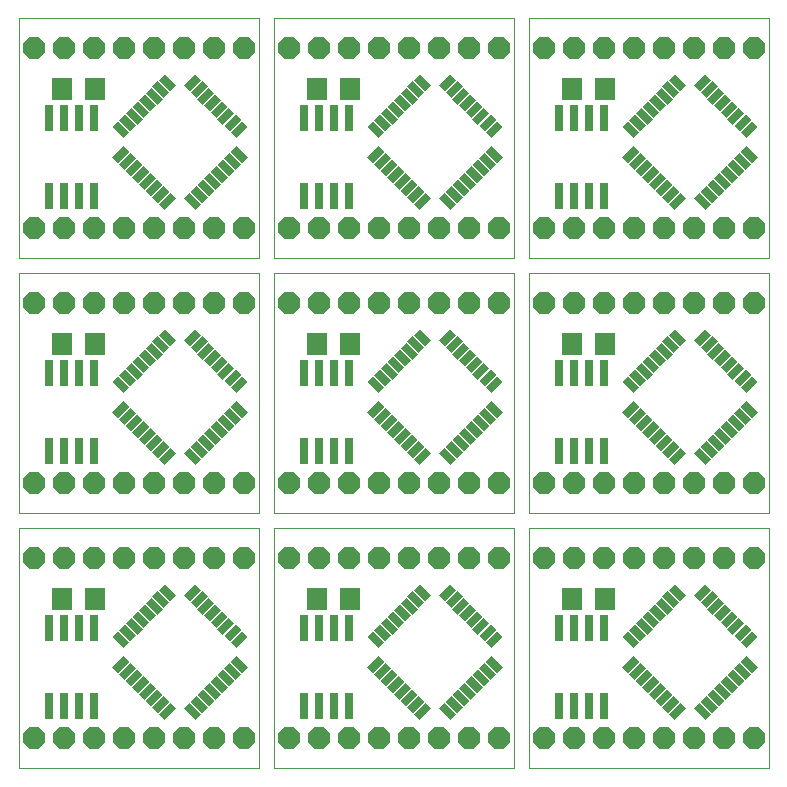
<source format=gts>
G75*
G70*
%OFA0B0*%
%FSLAX25Y25*%
%IPPOS*%
%LPD*%
%AMOC8*
5,1,8,0,0,1.08239X$1,22.5*
%
%ADD23R,0.02600X0.05400*%
%ADD32R,0.05400X0.02600*%
%ADD37C,0.00000*%
%ADD38OC8,0.07400*%
%ADD40R,0.02760X0.09060*%
%ADD42R,0.06700X0.07490*%
X0010000Y0010000D02*
G75*
%LPD*%
D37*
X0010000Y0010000D02*
X0090000Y0010000D01*
X0090000Y0090000D01*
X0010000Y0090000D01*
X0010000Y0010000D01*
D32*
G36*
X0043030Y0055730D02*
X0046830Y0051930D01*
X0044990Y0050090D01*
X0041190Y0053890D01*
X0043030Y0055730D01*
G37*
G36*
X0045250Y0057950D02*
X0049050Y0054150D01*
X0047210Y0052310D01*
X0043410Y0056110D01*
X0045250Y0057950D01*
G37*
G36*
X0047480Y0060180D02*
X0051280Y0056380D01*
X0049440Y0054540D01*
X0045640Y0058340D01*
X0047480Y0060180D01*
G37*
G36*
X0049710Y0062410D02*
X0053510Y0058610D01*
X0051670Y0056770D01*
X0047870Y0060570D01*
X0049710Y0062410D01*
G37*
G36*
X0051930Y0064630D02*
X0055730Y0060830D01*
X0053890Y0058990D01*
X0050090Y0062790D01*
X0051930Y0064630D01*
G37*
G36*
X0054160Y0066860D02*
X0057960Y0063060D01*
X0056120Y0061220D01*
X0052320Y0065020D01*
X0054160Y0066860D01*
G37*
G36*
X0056390Y0069090D02*
X0060190Y0065290D01*
X0058350Y0063450D01*
X0054550Y0067250D01*
X0056390Y0069090D01*
G37*
G36*
X0058610Y0071310D02*
X0062410Y0067510D01*
X0060570Y0065670D01*
X0056770Y0069470D01*
X0058610Y0071310D01*
G37*
G36*
X0082510Y0047410D02*
X0086310Y0043610D01*
X0084470Y0041770D01*
X0080670Y0045570D01*
X0082510Y0047410D01*
G37*
G36*
X0080290Y0045190D02*
X0084090Y0041390D01*
X0082250Y0039550D01*
X0078450Y0043350D01*
X0080290Y0045190D01*
G37*
G36*
X0078060Y0042960D02*
X0081860Y0039160D01*
X0080020Y0037320D01*
X0076220Y0041120D01*
X0078060Y0042960D01*
G37*
G36*
X0075830Y0040730D02*
X0079630Y0036930D01*
X0077790Y0035090D01*
X0073990Y0038890D01*
X0075830Y0040730D01*
G37*
G36*
X0073610Y0038510D02*
X0077410Y0034710D01*
X0075570Y0032870D01*
X0071770Y0036670D01*
X0073610Y0038510D01*
G37*
G36*
X0071380Y0036280D02*
X0075180Y0032480D01*
X0073340Y0030640D01*
X0069540Y0034440D01*
X0071380Y0036280D01*
G37*
G36*
X0069150Y0034050D02*
X0072950Y0030250D01*
X0071110Y0028410D01*
X0067310Y0032210D01*
X0069150Y0034050D01*
G37*
G36*
X0066930Y0031830D02*
X0070730Y0028030D01*
X0068890Y0026190D01*
X0065090Y0029990D01*
X0066930Y0031830D01*
G37*
D23*
G36*
X0060570Y0031830D02*
X0062410Y0029990D01*
X0058610Y0026190D01*
X0056770Y0028030D01*
X0060570Y0031830D01*
G37*
G36*
X0058350Y0034050D02*
X0060190Y0032210D01*
X0056390Y0028410D01*
X0054550Y0030250D01*
X0058350Y0034050D01*
G37*
G36*
X0056120Y0036280D02*
X0057960Y0034440D01*
X0054160Y0030640D01*
X0052320Y0032480D01*
X0056120Y0036280D01*
G37*
G36*
X0053890Y0038510D02*
X0055730Y0036670D01*
X0051930Y0032870D01*
X0050090Y0034710D01*
X0053890Y0038510D01*
G37*
G36*
X0051670Y0040730D02*
X0053510Y0038890D01*
X0049710Y0035090D01*
X0047870Y0036930D01*
X0051670Y0040730D01*
G37*
G36*
X0049440Y0042960D02*
X0051280Y0041120D01*
X0047480Y0037320D01*
X0045640Y0039160D01*
X0049440Y0042960D01*
G37*
G36*
X0047210Y0045190D02*
X0049050Y0043350D01*
X0045250Y0039550D01*
X0043410Y0041390D01*
X0047210Y0045190D01*
G37*
G36*
X0044990Y0047410D02*
X0046830Y0045570D01*
X0043030Y0041770D01*
X0041190Y0043610D01*
X0044990Y0047410D01*
G37*
G36*
X0068890Y0071310D02*
X0070730Y0069470D01*
X0066930Y0065670D01*
X0065090Y0067510D01*
X0068890Y0071310D01*
G37*
G36*
X0071110Y0069090D02*
X0072950Y0067250D01*
X0069150Y0063450D01*
X0067310Y0065290D01*
X0071110Y0069090D01*
G37*
G36*
X0073340Y0066860D02*
X0075180Y0065020D01*
X0071380Y0061220D01*
X0069540Y0063060D01*
X0073340Y0066860D01*
G37*
G36*
X0075570Y0064630D02*
X0077410Y0062790D01*
X0073610Y0058990D01*
X0071770Y0060830D01*
X0075570Y0064630D01*
G37*
G36*
X0077790Y0062410D02*
X0079630Y0060570D01*
X0075830Y0056770D01*
X0073990Y0058610D01*
X0077790Y0062410D01*
G37*
G36*
X0080020Y0060180D02*
X0081860Y0058340D01*
X0078060Y0054540D01*
X0076220Y0056380D01*
X0080020Y0060180D01*
G37*
G36*
X0082250Y0057950D02*
X0084090Y0056110D01*
X0080290Y0052310D01*
X0078450Y0054150D01*
X0082250Y0057950D01*
G37*
G36*
X0084470Y0055730D02*
X0086310Y0053890D01*
X0082510Y0050090D01*
X0080670Y0051930D01*
X0084470Y0055730D01*
G37*
D40*
X0035000Y0056860D03*
X0030000Y0056860D03*
X0025000Y0056860D03*
X0020000Y0056860D03*
X0020000Y0030640D03*
X0025000Y0030640D03*
X0030000Y0030640D03*
X0035000Y0030640D03*
D38*
X0035000Y0020000D03*
X0025000Y0020000D03*
X0015000Y0020000D03*
X0045000Y0020000D03*
X0055000Y0020000D03*
X0065000Y0020000D03*
X0075000Y0020000D03*
X0085000Y0020000D03*
X0085000Y0080000D03*
X0075000Y0080000D03*
X0065000Y0080000D03*
X0055000Y0080000D03*
X0045000Y0080000D03*
X0035000Y0080000D03*
X0025000Y0080000D03*
X0015000Y0080000D03*
D42*
X0024490Y0066250D03*
X0035510Y0066250D03*
X0010000Y0095000D02*
G75*
%LPD*%
D37*
X0010000Y0095000D02*
X0090000Y0095000D01*
X0090000Y0175000D01*
X0010000Y0175000D01*
X0010000Y0095000D01*
D32*
G36*
X0043030Y0140730D02*
X0046830Y0136930D01*
X0044990Y0135090D01*
X0041190Y0138890D01*
X0043030Y0140730D01*
G37*
G36*
X0045250Y0142950D02*
X0049050Y0139150D01*
X0047210Y0137310D01*
X0043410Y0141110D01*
X0045250Y0142950D01*
G37*
G36*
X0047480Y0145180D02*
X0051280Y0141380D01*
X0049440Y0139540D01*
X0045640Y0143340D01*
X0047480Y0145180D01*
G37*
G36*
X0049710Y0147410D02*
X0053510Y0143610D01*
X0051670Y0141770D01*
X0047870Y0145570D01*
X0049710Y0147410D01*
G37*
G36*
X0051930Y0149630D02*
X0055730Y0145830D01*
X0053890Y0143990D01*
X0050090Y0147790D01*
X0051930Y0149630D01*
G37*
G36*
X0054160Y0151860D02*
X0057960Y0148060D01*
X0056120Y0146220D01*
X0052320Y0150020D01*
X0054160Y0151860D01*
G37*
G36*
X0056390Y0154090D02*
X0060190Y0150290D01*
X0058350Y0148450D01*
X0054550Y0152250D01*
X0056390Y0154090D01*
G37*
G36*
X0058610Y0156310D02*
X0062410Y0152510D01*
X0060570Y0150670D01*
X0056770Y0154470D01*
X0058610Y0156310D01*
G37*
G36*
X0082510Y0132410D02*
X0086310Y0128610D01*
X0084470Y0126770D01*
X0080670Y0130570D01*
X0082510Y0132410D01*
G37*
G36*
X0080290Y0130190D02*
X0084090Y0126390D01*
X0082250Y0124550D01*
X0078450Y0128350D01*
X0080290Y0130190D01*
G37*
G36*
X0078060Y0127960D02*
X0081860Y0124160D01*
X0080020Y0122320D01*
X0076220Y0126120D01*
X0078060Y0127960D01*
G37*
G36*
X0075830Y0125730D02*
X0079630Y0121930D01*
X0077790Y0120090D01*
X0073990Y0123890D01*
X0075830Y0125730D01*
G37*
G36*
X0073610Y0123510D02*
X0077410Y0119710D01*
X0075570Y0117870D01*
X0071770Y0121670D01*
X0073610Y0123510D01*
G37*
G36*
X0071380Y0121280D02*
X0075180Y0117480D01*
X0073340Y0115640D01*
X0069540Y0119440D01*
X0071380Y0121280D01*
G37*
G36*
X0069150Y0119050D02*
X0072950Y0115250D01*
X0071110Y0113410D01*
X0067310Y0117210D01*
X0069150Y0119050D01*
G37*
G36*
X0066930Y0116830D02*
X0070730Y0113030D01*
X0068890Y0111190D01*
X0065090Y0114990D01*
X0066930Y0116830D01*
G37*
D23*
G36*
X0060570Y0116830D02*
X0062410Y0114990D01*
X0058610Y0111190D01*
X0056770Y0113030D01*
X0060570Y0116830D01*
G37*
G36*
X0058350Y0119050D02*
X0060190Y0117210D01*
X0056390Y0113410D01*
X0054550Y0115250D01*
X0058350Y0119050D01*
G37*
G36*
X0056120Y0121280D02*
X0057960Y0119440D01*
X0054160Y0115640D01*
X0052320Y0117480D01*
X0056120Y0121280D01*
G37*
G36*
X0053890Y0123510D02*
X0055730Y0121670D01*
X0051930Y0117870D01*
X0050090Y0119710D01*
X0053890Y0123510D01*
G37*
G36*
X0051670Y0125730D02*
X0053510Y0123890D01*
X0049710Y0120090D01*
X0047870Y0121930D01*
X0051670Y0125730D01*
G37*
G36*
X0049440Y0127960D02*
X0051280Y0126120D01*
X0047480Y0122320D01*
X0045640Y0124160D01*
X0049440Y0127960D01*
G37*
G36*
X0047210Y0130190D02*
X0049050Y0128350D01*
X0045250Y0124550D01*
X0043410Y0126390D01*
X0047210Y0130190D01*
G37*
G36*
X0044990Y0132410D02*
X0046830Y0130570D01*
X0043030Y0126770D01*
X0041190Y0128610D01*
X0044990Y0132410D01*
G37*
G36*
X0068890Y0156310D02*
X0070730Y0154470D01*
X0066930Y0150670D01*
X0065090Y0152510D01*
X0068890Y0156310D01*
G37*
G36*
X0071110Y0154090D02*
X0072950Y0152250D01*
X0069150Y0148450D01*
X0067310Y0150290D01*
X0071110Y0154090D01*
G37*
G36*
X0073340Y0151860D02*
X0075180Y0150020D01*
X0071380Y0146220D01*
X0069540Y0148060D01*
X0073340Y0151860D01*
G37*
G36*
X0075570Y0149630D02*
X0077410Y0147790D01*
X0073610Y0143990D01*
X0071770Y0145830D01*
X0075570Y0149630D01*
G37*
G36*
X0077790Y0147410D02*
X0079630Y0145570D01*
X0075830Y0141770D01*
X0073990Y0143610D01*
X0077790Y0147410D01*
G37*
G36*
X0080020Y0145180D02*
X0081860Y0143340D01*
X0078060Y0139540D01*
X0076220Y0141380D01*
X0080020Y0145180D01*
G37*
G36*
X0082250Y0142950D02*
X0084090Y0141110D01*
X0080290Y0137310D01*
X0078450Y0139150D01*
X0082250Y0142950D01*
G37*
G36*
X0084470Y0140730D02*
X0086310Y0138890D01*
X0082510Y0135090D01*
X0080670Y0136930D01*
X0084470Y0140730D01*
G37*
D40*
X0035000Y0141860D03*
X0030000Y0141860D03*
X0025000Y0141860D03*
X0020000Y0141860D03*
X0020000Y0115640D03*
X0025000Y0115640D03*
X0030000Y0115640D03*
X0035000Y0115640D03*
D38*
X0035000Y0105000D03*
X0025000Y0105000D03*
X0015000Y0105000D03*
X0045000Y0105000D03*
X0055000Y0105000D03*
X0065000Y0105000D03*
X0075000Y0105000D03*
X0085000Y0105000D03*
X0085000Y0165000D03*
X0075000Y0165000D03*
X0065000Y0165000D03*
X0055000Y0165000D03*
X0045000Y0165000D03*
X0035000Y0165000D03*
X0025000Y0165000D03*
X0015000Y0165000D03*
D42*
X0024490Y0151250D03*
X0035510Y0151250D03*
X0010000Y0180000D02*
G75*
%LPD*%
D37*
X0010000Y0180000D02*
X0090000Y0180000D01*
X0090000Y0260000D01*
X0010000Y0260000D01*
X0010000Y0180000D01*
D32*
G36*
X0043030Y0225730D02*
X0046830Y0221930D01*
X0044990Y0220090D01*
X0041190Y0223890D01*
X0043030Y0225730D01*
G37*
G36*
X0045250Y0227950D02*
X0049050Y0224150D01*
X0047210Y0222310D01*
X0043410Y0226110D01*
X0045250Y0227950D01*
G37*
G36*
X0047480Y0230180D02*
X0051280Y0226380D01*
X0049440Y0224540D01*
X0045640Y0228340D01*
X0047480Y0230180D01*
G37*
G36*
X0049710Y0232410D02*
X0053510Y0228610D01*
X0051670Y0226770D01*
X0047870Y0230570D01*
X0049710Y0232410D01*
G37*
G36*
X0051930Y0234630D02*
X0055730Y0230830D01*
X0053890Y0228990D01*
X0050090Y0232790D01*
X0051930Y0234630D01*
G37*
G36*
X0054160Y0236860D02*
X0057960Y0233060D01*
X0056120Y0231220D01*
X0052320Y0235020D01*
X0054160Y0236860D01*
G37*
G36*
X0056390Y0239090D02*
X0060190Y0235290D01*
X0058350Y0233450D01*
X0054550Y0237250D01*
X0056390Y0239090D01*
G37*
G36*
X0058610Y0241310D02*
X0062410Y0237510D01*
X0060570Y0235670D01*
X0056770Y0239470D01*
X0058610Y0241310D01*
G37*
G36*
X0082510Y0217410D02*
X0086310Y0213610D01*
X0084470Y0211770D01*
X0080670Y0215570D01*
X0082510Y0217410D01*
G37*
G36*
X0080290Y0215190D02*
X0084090Y0211390D01*
X0082250Y0209550D01*
X0078450Y0213350D01*
X0080290Y0215190D01*
G37*
G36*
X0078060Y0212960D02*
X0081860Y0209160D01*
X0080020Y0207320D01*
X0076220Y0211120D01*
X0078060Y0212960D01*
G37*
G36*
X0075830Y0210730D02*
X0079630Y0206930D01*
X0077790Y0205090D01*
X0073990Y0208890D01*
X0075830Y0210730D01*
G37*
G36*
X0073610Y0208510D02*
X0077410Y0204710D01*
X0075570Y0202870D01*
X0071770Y0206670D01*
X0073610Y0208510D01*
G37*
G36*
X0071380Y0206280D02*
X0075180Y0202480D01*
X0073340Y0200640D01*
X0069540Y0204440D01*
X0071380Y0206280D01*
G37*
G36*
X0069150Y0204050D02*
X0072950Y0200250D01*
X0071110Y0198410D01*
X0067310Y0202210D01*
X0069150Y0204050D01*
G37*
G36*
X0066930Y0201830D02*
X0070730Y0198030D01*
X0068890Y0196190D01*
X0065090Y0199990D01*
X0066930Y0201830D01*
G37*
D23*
G36*
X0060570Y0201830D02*
X0062410Y0199990D01*
X0058610Y0196190D01*
X0056770Y0198030D01*
X0060570Y0201830D01*
G37*
G36*
X0058350Y0204050D02*
X0060190Y0202210D01*
X0056390Y0198410D01*
X0054550Y0200250D01*
X0058350Y0204050D01*
G37*
G36*
X0056120Y0206280D02*
X0057960Y0204440D01*
X0054160Y0200640D01*
X0052320Y0202480D01*
X0056120Y0206280D01*
G37*
G36*
X0053890Y0208510D02*
X0055730Y0206670D01*
X0051930Y0202870D01*
X0050090Y0204710D01*
X0053890Y0208510D01*
G37*
G36*
X0051670Y0210730D02*
X0053510Y0208890D01*
X0049710Y0205090D01*
X0047870Y0206930D01*
X0051670Y0210730D01*
G37*
G36*
X0049440Y0212960D02*
X0051280Y0211120D01*
X0047480Y0207320D01*
X0045640Y0209160D01*
X0049440Y0212960D01*
G37*
G36*
X0047210Y0215190D02*
X0049050Y0213350D01*
X0045250Y0209550D01*
X0043410Y0211390D01*
X0047210Y0215190D01*
G37*
G36*
X0044990Y0217410D02*
X0046830Y0215570D01*
X0043030Y0211770D01*
X0041190Y0213610D01*
X0044990Y0217410D01*
G37*
G36*
X0068890Y0241310D02*
X0070730Y0239470D01*
X0066930Y0235670D01*
X0065090Y0237510D01*
X0068890Y0241310D01*
G37*
G36*
X0071110Y0239090D02*
X0072950Y0237250D01*
X0069150Y0233450D01*
X0067310Y0235290D01*
X0071110Y0239090D01*
G37*
G36*
X0073340Y0236860D02*
X0075180Y0235020D01*
X0071380Y0231220D01*
X0069540Y0233060D01*
X0073340Y0236860D01*
G37*
G36*
X0075570Y0234630D02*
X0077410Y0232790D01*
X0073610Y0228990D01*
X0071770Y0230830D01*
X0075570Y0234630D01*
G37*
G36*
X0077790Y0232410D02*
X0079630Y0230570D01*
X0075830Y0226770D01*
X0073990Y0228610D01*
X0077790Y0232410D01*
G37*
G36*
X0080020Y0230180D02*
X0081860Y0228340D01*
X0078060Y0224540D01*
X0076220Y0226380D01*
X0080020Y0230180D01*
G37*
G36*
X0082250Y0227950D02*
X0084090Y0226110D01*
X0080290Y0222310D01*
X0078450Y0224150D01*
X0082250Y0227950D01*
G37*
G36*
X0084470Y0225730D02*
X0086310Y0223890D01*
X0082510Y0220090D01*
X0080670Y0221930D01*
X0084470Y0225730D01*
G37*
D40*
X0035000Y0226860D03*
X0030000Y0226860D03*
X0025000Y0226860D03*
X0020000Y0226860D03*
X0020000Y0200640D03*
X0025000Y0200640D03*
X0030000Y0200640D03*
X0035000Y0200640D03*
D38*
X0035000Y0190000D03*
X0025000Y0190000D03*
X0015000Y0190000D03*
X0045000Y0190000D03*
X0055000Y0190000D03*
X0065000Y0190000D03*
X0075000Y0190000D03*
X0085000Y0190000D03*
X0085000Y0250000D03*
X0075000Y0250000D03*
X0065000Y0250000D03*
X0055000Y0250000D03*
X0045000Y0250000D03*
X0035000Y0250000D03*
X0025000Y0250000D03*
X0015000Y0250000D03*
D42*
X0024490Y0236250D03*
X0035510Y0236250D03*
X0095000Y0010000D02*
G75*
%LPD*%
D37*
X0095000Y0010000D02*
X0175000Y0010000D01*
X0175000Y0090000D01*
X0095000Y0090000D01*
X0095000Y0010000D01*
D32*
G36*
X0128030Y0055730D02*
X0131830Y0051930D01*
X0129990Y0050090D01*
X0126190Y0053890D01*
X0128030Y0055730D01*
G37*
G36*
X0130250Y0057950D02*
X0134050Y0054150D01*
X0132210Y0052310D01*
X0128410Y0056110D01*
X0130250Y0057950D01*
G37*
G36*
X0132480Y0060180D02*
X0136280Y0056380D01*
X0134440Y0054540D01*
X0130640Y0058340D01*
X0132480Y0060180D01*
G37*
G36*
X0134710Y0062410D02*
X0138510Y0058610D01*
X0136670Y0056770D01*
X0132870Y0060570D01*
X0134710Y0062410D01*
G37*
G36*
X0136930Y0064630D02*
X0140730Y0060830D01*
X0138890Y0058990D01*
X0135090Y0062790D01*
X0136930Y0064630D01*
G37*
G36*
X0139160Y0066860D02*
X0142960Y0063060D01*
X0141120Y0061220D01*
X0137320Y0065020D01*
X0139160Y0066860D01*
G37*
G36*
X0141390Y0069090D02*
X0145190Y0065290D01*
X0143350Y0063450D01*
X0139550Y0067250D01*
X0141390Y0069090D01*
G37*
G36*
X0143610Y0071310D02*
X0147410Y0067510D01*
X0145570Y0065670D01*
X0141770Y0069470D01*
X0143610Y0071310D01*
G37*
G36*
X0167510Y0047410D02*
X0171310Y0043610D01*
X0169470Y0041770D01*
X0165670Y0045570D01*
X0167510Y0047410D01*
G37*
G36*
X0165290Y0045190D02*
X0169090Y0041390D01*
X0167250Y0039550D01*
X0163450Y0043350D01*
X0165290Y0045190D01*
G37*
G36*
X0163060Y0042960D02*
X0166860Y0039160D01*
X0165020Y0037320D01*
X0161220Y0041120D01*
X0163060Y0042960D01*
G37*
G36*
X0160830Y0040730D02*
X0164630Y0036930D01*
X0162790Y0035090D01*
X0158990Y0038890D01*
X0160830Y0040730D01*
G37*
G36*
X0158610Y0038510D02*
X0162410Y0034710D01*
X0160570Y0032870D01*
X0156770Y0036670D01*
X0158610Y0038510D01*
G37*
G36*
X0156380Y0036280D02*
X0160180Y0032480D01*
X0158340Y0030640D01*
X0154540Y0034440D01*
X0156380Y0036280D01*
G37*
G36*
X0154150Y0034050D02*
X0157950Y0030250D01*
X0156110Y0028410D01*
X0152310Y0032210D01*
X0154150Y0034050D01*
G37*
G36*
X0151930Y0031830D02*
X0155730Y0028030D01*
X0153890Y0026190D01*
X0150090Y0029990D01*
X0151930Y0031830D01*
G37*
D23*
G36*
X0145570Y0031830D02*
X0147410Y0029990D01*
X0143610Y0026190D01*
X0141770Y0028030D01*
X0145570Y0031830D01*
G37*
G36*
X0143350Y0034050D02*
X0145190Y0032210D01*
X0141390Y0028410D01*
X0139550Y0030250D01*
X0143350Y0034050D01*
G37*
G36*
X0141120Y0036280D02*
X0142960Y0034440D01*
X0139160Y0030640D01*
X0137320Y0032480D01*
X0141120Y0036280D01*
G37*
G36*
X0138890Y0038510D02*
X0140730Y0036670D01*
X0136930Y0032870D01*
X0135090Y0034710D01*
X0138890Y0038510D01*
G37*
G36*
X0136670Y0040730D02*
X0138510Y0038890D01*
X0134710Y0035090D01*
X0132870Y0036930D01*
X0136670Y0040730D01*
G37*
G36*
X0134440Y0042960D02*
X0136280Y0041120D01*
X0132480Y0037320D01*
X0130640Y0039160D01*
X0134440Y0042960D01*
G37*
G36*
X0132210Y0045190D02*
X0134050Y0043350D01*
X0130250Y0039550D01*
X0128410Y0041390D01*
X0132210Y0045190D01*
G37*
G36*
X0129990Y0047410D02*
X0131830Y0045570D01*
X0128030Y0041770D01*
X0126190Y0043610D01*
X0129990Y0047410D01*
G37*
G36*
X0153890Y0071310D02*
X0155730Y0069470D01*
X0151930Y0065670D01*
X0150090Y0067510D01*
X0153890Y0071310D01*
G37*
G36*
X0156110Y0069090D02*
X0157950Y0067250D01*
X0154150Y0063450D01*
X0152310Y0065290D01*
X0156110Y0069090D01*
G37*
G36*
X0158340Y0066860D02*
X0160180Y0065020D01*
X0156380Y0061220D01*
X0154540Y0063060D01*
X0158340Y0066860D01*
G37*
G36*
X0160570Y0064630D02*
X0162410Y0062790D01*
X0158610Y0058990D01*
X0156770Y0060830D01*
X0160570Y0064630D01*
G37*
G36*
X0162790Y0062410D02*
X0164630Y0060570D01*
X0160830Y0056770D01*
X0158990Y0058610D01*
X0162790Y0062410D01*
G37*
G36*
X0165020Y0060180D02*
X0166860Y0058340D01*
X0163060Y0054540D01*
X0161220Y0056380D01*
X0165020Y0060180D01*
G37*
G36*
X0167250Y0057950D02*
X0169090Y0056110D01*
X0165290Y0052310D01*
X0163450Y0054150D01*
X0167250Y0057950D01*
G37*
G36*
X0169470Y0055730D02*
X0171310Y0053890D01*
X0167510Y0050090D01*
X0165670Y0051930D01*
X0169470Y0055730D01*
G37*
D40*
X0120000Y0056860D03*
X0115000Y0056860D03*
X0110000Y0056860D03*
X0105000Y0056860D03*
X0105000Y0030640D03*
X0110000Y0030640D03*
X0115000Y0030640D03*
X0120000Y0030640D03*
D38*
X0120000Y0020000D03*
X0110000Y0020000D03*
X0100000Y0020000D03*
X0130000Y0020000D03*
X0140000Y0020000D03*
X0150000Y0020000D03*
X0160000Y0020000D03*
X0170000Y0020000D03*
X0170000Y0080000D03*
X0160000Y0080000D03*
X0150000Y0080000D03*
X0140000Y0080000D03*
X0130000Y0080000D03*
X0120000Y0080000D03*
X0110000Y0080000D03*
X0100000Y0080000D03*
D42*
X0109490Y0066250D03*
X0120510Y0066250D03*
X0095000Y0095000D02*
G75*
%LPD*%
D37*
X0095000Y0095000D02*
X0175000Y0095000D01*
X0175000Y0175000D01*
X0095000Y0175000D01*
X0095000Y0095000D01*
D32*
G36*
X0128030Y0140730D02*
X0131830Y0136930D01*
X0129990Y0135090D01*
X0126190Y0138890D01*
X0128030Y0140730D01*
G37*
G36*
X0130250Y0142950D02*
X0134050Y0139150D01*
X0132210Y0137310D01*
X0128410Y0141110D01*
X0130250Y0142950D01*
G37*
G36*
X0132480Y0145180D02*
X0136280Y0141380D01*
X0134440Y0139540D01*
X0130640Y0143340D01*
X0132480Y0145180D01*
G37*
G36*
X0134710Y0147410D02*
X0138510Y0143610D01*
X0136670Y0141770D01*
X0132870Y0145570D01*
X0134710Y0147410D01*
G37*
G36*
X0136930Y0149630D02*
X0140730Y0145830D01*
X0138890Y0143990D01*
X0135090Y0147790D01*
X0136930Y0149630D01*
G37*
G36*
X0139160Y0151860D02*
X0142960Y0148060D01*
X0141120Y0146220D01*
X0137320Y0150020D01*
X0139160Y0151860D01*
G37*
G36*
X0141390Y0154090D02*
X0145190Y0150290D01*
X0143350Y0148450D01*
X0139550Y0152250D01*
X0141390Y0154090D01*
G37*
G36*
X0143610Y0156310D02*
X0147410Y0152510D01*
X0145570Y0150670D01*
X0141770Y0154470D01*
X0143610Y0156310D01*
G37*
G36*
X0167510Y0132410D02*
X0171310Y0128610D01*
X0169470Y0126770D01*
X0165670Y0130570D01*
X0167510Y0132410D01*
G37*
G36*
X0165290Y0130190D02*
X0169090Y0126390D01*
X0167250Y0124550D01*
X0163450Y0128350D01*
X0165290Y0130190D01*
G37*
G36*
X0163060Y0127960D02*
X0166860Y0124160D01*
X0165020Y0122320D01*
X0161220Y0126120D01*
X0163060Y0127960D01*
G37*
G36*
X0160830Y0125730D02*
X0164630Y0121930D01*
X0162790Y0120090D01*
X0158990Y0123890D01*
X0160830Y0125730D01*
G37*
G36*
X0158610Y0123510D02*
X0162410Y0119710D01*
X0160570Y0117870D01*
X0156770Y0121670D01*
X0158610Y0123510D01*
G37*
G36*
X0156380Y0121280D02*
X0160180Y0117480D01*
X0158340Y0115640D01*
X0154540Y0119440D01*
X0156380Y0121280D01*
G37*
G36*
X0154150Y0119050D02*
X0157950Y0115250D01*
X0156110Y0113410D01*
X0152310Y0117210D01*
X0154150Y0119050D01*
G37*
G36*
X0151930Y0116830D02*
X0155730Y0113030D01*
X0153890Y0111190D01*
X0150090Y0114990D01*
X0151930Y0116830D01*
G37*
D23*
G36*
X0145570Y0116830D02*
X0147410Y0114990D01*
X0143610Y0111190D01*
X0141770Y0113030D01*
X0145570Y0116830D01*
G37*
G36*
X0143350Y0119050D02*
X0145190Y0117210D01*
X0141390Y0113410D01*
X0139550Y0115250D01*
X0143350Y0119050D01*
G37*
G36*
X0141120Y0121280D02*
X0142960Y0119440D01*
X0139160Y0115640D01*
X0137320Y0117480D01*
X0141120Y0121280D01*
G37*
G36*
X0138890Y0123510D02*
X0140730Y0121670D01*
X0136930Y0117870D01*
X0135090Y0119710D01*
X0138890Y0123510D01*
G37*
G36*
X0136670Y0125730D02*
X0138510Y0123890D01*
X0134710Y0120090D01*
X0132870Y0121930D01*
X0136670Y0125730D01*
G37*
G36*
X0134440Y0127960D02*
X0136280Y0126120D01*
X0132480Y0122320D01*
X0130640Y0124160D01*
X0134440Y0127960D01*
G37*
G36*
X0132210Y0130190D02*
X0134050Y0128350D01*
X0130250Y0124550D01*
X0128410Y0126390D01*
X0132210Y0130190D01*
G37*
G36*
X0129990Y0132410D02*
X0131830Y0130570D01*
X0128030Y0126770D01*
X0126190Y0128610D01*
X0129990Y0132410D01*
G37*
G36*
X0153890Y0156310D02*
X0155730Y0154470D01*
X0151930Y0150670D01*
X0150090Y0152510D01*
X0153890Y0156310D01*
G37*
G36*
X0156110Y0154090D02*
X0157950Y0152250D01*
X0154150Y0148450D01*
X0152310Y0150290D01*
X0156110Y0154090D01*
G37*
G36*
X0158340Y0151860D02*
X0160180Y0150020D01*
X0156380Y0146220D01*
X0154540Y0148060D01*
X0158340Y0151860D01*
G37*
G36*
X0160570Y0149630D02*
X0162410Y0147790D01*
X0158610Y0143990D01*
X0156770Y0145830D01*
X0160570Y0149630D01*
G37*
G36*
X0162790Y0147410D02*
X0164630Y0145570D01*
X0160830Y0141770D01*
X0158990Y0143610D01*
X0162790Y0147410D01*
G37*
G36*
X0165020Y0145180D02*
X0166860Y0143340D01*
X0163060Y0139540D01*
X0161220Y0141380D01*
X0165020Y0145180D01*
G37*
G36*
X0167250Y0142950D02*
X0169090Y0141110D01*
X0165290Y0137310D01*
X0163450Y0139150D01*
X0167250Y0142950D01*
G37*
G36*
X0169470Y0140730D02*
X0171310Y0138890D01*
X0167510Y0135090D01*
X0165670Y0136930D01*
X0169470Y0140730D01*
G37*
D40*
X0120000Y0141860D03*
X0115000Y0141860D03*
X0110000Y0141860D03*
X0105000Y0141860D03*
X0105000Y0115640D03*
X0110000Y0115640D03*
X0115000Y0115640D03*
X0120000Y0115640D03*
D38*
X0120000Y0105000D03*
X0110000Y0105000D03*
X0100000Y0105000D03*
X0130000Y0105000D03*
X0140000Y0105000D03*
X0150000Y0105000D03*
X0160000Y0105000D03*
X0170000Y0105000D03*
X0170000Y0165000D03*
X0160000Y0165000D03*
X0150000Y0165000D03*
X0140000Y0165000D03*
X0130000Y0165000D03*
X0120000Y0165000D03*
X0110000Y0165000D03*
X0100000Y0165000D03*
D42*
X0109490Y0151250D03*
X0120510Y0151250D03*
X0095000Y0180000D02*
G75*
%LPD*%
D37*
X0095000Y0180000D02*
X0175000Y0180000D01*
X0175000Y0260000D01*
X0095000Y0260000D01*
X0095000Y0180000D01*
D32*
G36*
X0128030Y0225730D02*
X0131830Y0221930D01*
X0129990Y0220090D01*
X0126190Y0223890D01*
X0128030Y0225730D01*
G37*
G36*
X0130250Y0227950D02*
X0134050Y0224150D01*
X0132210Y0222310D01*
X0128410Y0226110D01*
X0130250Y0227950D01*
G37*
G36*
X0132480Y0230180D02*
X0136280Y0226380D01*
X0134440Y0224540D01*
X0130640Y0228340D01*
X0132480Y0230180D01*
G37*
G36*
X0134710Y0232410D02*
X0138510Y0228610D01*
X0136670Y0226770D01*
X0132870Y0230570D01*
X0134710Y0232410D01*
G37*
G36*
X0136930Y0234630D02*
X0140730Y0230830D01*
X0138890Y0228990D01*
X0135090Y0232790D01*
X0136930Y0234630D01*
G37*
G36*
X0139160Y0236860D02*
X0142960Y0233060D01*
X0141120Y0231220D01*
X0137320Y0235020D01*
X0139160Y0236860D01*
G37*
G36*
X0141390Y0239090D02*
X0145190Y0235290D01*
X0143350Y0233450D01*
X0139550Y0237250D01*
X0141390Y0239090D01*
G37*
G36*
X0143610Y0241310D02*
X0147410Y0237510D01*
X0145570Y0235670D01*
X0141770Y0239470D01*
X0143610Y0241310D01*
G37*
G36*
X0167510Y0217410D02*
X0171310Y0213610D01*
X0169470Y0211770D01*
X0165670Y0215570D01*
X0167510Y0217410D01*
G37*
G36*
X0165290Y0215190D02*
X0169090Y0211390D01*
X0167250Y0209550D01*
X0163450Y0213350D01*
X0165290Y0215190D01*
G37*
G36*
X0163060Y0212960D02*
X0166860Y0209160D01*
X0165020Y0207320D01*
X0161220Y0211120D01*
X0163060Y0212960D01*
G37*
G36*
X0160830Y0210730D02*
X0164630Y0206930D01*
X0162790Y0205090D01*
X0158990Y0208890D01*
X0160830Y0210730D01*
G37*
G36*
X0158610Y0208510D02*
X0162410Y0204710D01*
X0160570Y0202870D01*
X0156770Y0206670D01*
X0158610Y0208510D01*
G37*
G36*
X0156380Y0206280D02*
X0160180Y0202480D01*
X0158340Y0200640D01*
X0154540Y0204440D01*
X0156380Y0206280D01*
G37*
G36*
X0154150Y0204050D02*
X0157950Y0200250D01*
X0156110Y0198410D01*
X0152310Y0202210D01*
X0154150Y0204050D01*
G37*
G36*
X0151930Y0201830D02*
X0155730Y0198030D01*
X0153890Y0196190D01*
X0150090Y0199990D01*
X0151930Y0201830D01*
G37*
D23*
G36*
X0145570Y0201830D02*
X0147410Y0199990D01*
X0143610Y0196190D01*
X0141770Y0198030D01*
X0145570Y0201830D01*
G37*
G36*
X0143350Y0204050D02*
X0145190Y0202210D01*
X0141390Y0198410D01*
X0139550Y0200250D01*
X0143350Y0204050D01*
G37*
G36*
X0141120Y0206280D02*
X0142960Y0204440D01*
X0139160Y0200640D01*
X0137320Y0202480D01*
X0141120Y0206280D01*
G37*
G36*
X0138890Y0208510D02*
X0140730Y0206670D01*
X0136930Y0202870D01*
X0135090Y0204710D01*
X0138890Y0208510D01*
G37*
G36*
X0136670Y0210730D02*
X0138510Y0208890D01*
X0134710Y0205090D01*
X0132870Y0206930D01*
X0136670Y0210730D01*
G37*
G36*
X0134440Y0212960D02*
X0136280Y0211120D01*
X0132480Y0207320D01*
X0130640Y0209160D01*
X0134440Y0212960D01*
G37*
G36*
X0132210Y0215190D02*
X0134050Y0213350D01*
X0130250Y0209550D01*
X0128410Y0211390D01*
X0132210Y0215190D01*
G37*
G36*
X0129990Y0217410D02*
X0131830Y0215570D01*
X0128030Y0211770D01*
X0126190Y0213610D01*
X0129990Y0217410D01*
G37*
G36*
X0153890Y0241310D02*
X0155730Y0239470D01*
X0151930Y0235670D01*
X0150090Y0237510D01*
X0153890Y0241310D01*
G37*
G36*
X0156110Y0239090D02*
X0157950Y0237250D01*
X0154150Y0233450D01*
X0152310Y0235290D01*
X0156110Y0239090D01*
G37*
G36*
X0158340Y0236860D02*
X0160180Y0235020D01*
X0156380Y0231220D01*
X0154540Y0233060D01*
X0158340Y0236860D01*
G37*
G36*
X0160570Y0234630D02*
X0162410Y0232790D01*
X0158610Y0228990D01*
X0156770Y0230830D01*
X0160570Y0234630D01*
G37*
G36*
X0162790Y0232410D02*
X0164630Y0230570D01*
X0160830Y0226770D01*
X0158990Y0228610D01*
X0162790Y0232410D01*
G37*
G36*
X0165020Y0230180D02*
X0166860Y0228340D01*
X0163060Y0224540D01*
X0161220Y0226380D01*
X0165020Y0230180D01*
G37*
G36*
X0167250Y0227950D02*
X0169090Y0226110D01*
X0165290Y0222310D01*
X0163450Y0224150D01*
X0167250Y0227950D01*
G37*
G36*
X0169470Y0225730D02*
X0171310Y0223890D01*
X0167510Y0220090D01*
X0165670Y0221930D01*
X0169470Y0225730D01*
G37*
D40*
X0120000Y0226860D03*
X0115000Y0226860D03*
X0110000Y0226860D03*
X0105000Y0226860D03*
X0105000Y0200640D03*
X0110000Y0200640D03*
X0115000Y0200640D03*
X0120000Y0200640D03*
D38*
X0120000Y0190000D03*
X0110000Y0190000D03*
X0100000Y0190000D03*
X0130000Y0190000D03*
X0140000Y0190000D03*
X0150000Y0190000D03*
X0160000Y0190000D03*
X0170000Y0190000D03*
X0170000Y0250000D03*
X0160000Y0250000D03*
X0150000Y0250000D03*
X0140000Y0250000D03*
X0130000Y0250000D03*
X0120000Y0250000D03*
X0110000Y0250000D03*
X0100000Y0250000D03*
D42*
X0109490Y0236250D03*
X0120510Y0236250D03*
X0180000Y0010000D02*
G75*
%LPD*%
D37*
X0180000Y0010000D02*
X0260000Y0010000D01*
X0260000Y0090000D01*
X0180000Y0090000D01*
X0180000Y0010000D01*
D32*
G36*
X0213030Y0055730D02*
X0216830Y0051930D01*
X0214990Y0050090D01*
X0211190Y0053890D01*
X0213030Y0055730D01*
G37*
G36*
X0215250Y0057950D02*
X0219050Y0054150D01*
X0217210Y0052310D01*
X0213410Y0056110D01*
X0215250Y0057950D01*
G37*
G36*
X0217480Y0060180D02*
X0221280Y0056380D01*
X0219440Y0054540D01*
X0215640Y0058340D01*
X0217480Y0060180D01*
G37*
G36*
X0219710Y0062410D02*
X0223510Y0058610D01*
X0221670Y0056770D01*
X0217870Y0060570D01*
X0219710Y0062410D01*
G37*
G36*
X0221930Y0064630D02*
X0225730Y0060830D01*
X0223890Y0058990D01*
X0220090Y0062790D01*
X0221930Y0064630D01*
G37*
G36*
X0224160Y0066860D02*
X0227960Y0063060D01*
X0226120Y0061220D01*
X0222320Y0065020D01*
X0224160Y0066860D01*
G37*
G36*
X0226390Y0069090D02*
X0230190Y0065290D01*
X0228350Y0063450D01*
X0224550Y0067250D01*
X0226390Y0069090D01*
G37*
G36*
X0228610Y0071310D02*
X0232410Y0067510D01*
X0230570Y0065670D01*
X0226770Y0069470D01*
X0228610Y0071310D01*
G37*
G36*
X0252510Y0047410D02*
X0256310Y0043610D01*
X0254470Y0041770D01*
X0250670Y0045570D01*
X0252510Y0047410D01*
G37*
G36*
X0250290Y0045190D02*
X0254090Y0041390D01*
X0252250Y0039550D01*
X0248450Y0043350D01*
X0250290Y0045190D01*
G37*
G36*
X0248060Y0042960D02*
X0251860Y0039160D01*
X0250020Y0037320D01*
X0246220Y0041120D01*
X0248060Y0042960D01*
G37*
G36*
X0245830Y0040730D02*
X0249630Y0036930D01*
X0247790Y0035090D01*
X0243990Y0038890D01*
X0245830Y0040730D01*
G37*
G36*
X0243610Y0038510D02*
X0247410Y0034710D01*
X0245570Y0032870D01*
X0241770Y0036670D01*
X0243610Y0038510D01*
G37*
G36*
X0241380Y0036280D02*
X0245180Y0032480D01*
X0243340Y0030640D01*
X0239540Y0034440D01*
X0241380Y0036280D01*
G37*
G36*
X0239150Y0034050D02*
X0242950Y0030250D01*
X0241110Y0028410D01*
X0237310Y0032210D01*
X0239150Y0034050D01*
G37*
G36*
X0236930Y0031830D02*
X0240730Y0028030D01*
X0238890Y0026190D01*
X0235090Y0029990D01*
X0236930Y0031830D01*
G37*
D23*
G36*
X0230570Y0031830D02*
X0232410Y0029990D01*
X0228610Y0026190D01*
X0226770Y0028030D01*
X0230570Y0031830D01*
G37*
G36*
X0228350Y0034050D02*
X0230190Y0032210D01*
X0226390Y0028410D01*
X0224550Y0030250D01*
X0228350Y0034050D01*
G37*
G36*
X0226120Y0036280D02*
X0227960Y0034440D01*
X0224160Y0030640D01*
X0222320Y0032480D01*
X0226120Y0036280D01*
G37*
G36*
X0223890Y0038510D02*
X0225730Y0036670D01*
X0221930Y0032870D01*
X0220090Y0034710D01*
X0223890Y0038510D01*
G37*
G36*
X0221670Y0040730D02*
X0223510Y0038890D01*
X0219710Y0035090D01*
X0217870Y0036930D01*
X0221670Y0040730D01*
G37*
G36*
X0219440Y0042960D02*
X0221280Y0041120D01*
X0217480Y0037320D01*
X0215640Y0039160D01*
X0219440Y0042960D01*
G37*
G36*
X0217210Y0045190D02*
X0219050Y0043350D01*
X0215250Y0039550D01*
X0213410Y0041390D01*
X0217210Y0045190D01*
G37*
G36*
X0214990Y0047410D02*
X0216830Y0045570D01*
X0213030Y0041770D01*
X0211190Y0043610D01*
X0214990Y0047410D01*
G37*
G36*
X0238890Y0071310D02*
X0240730Y0069470D01*
X0236930Y0065670D01*
X0235090Y0067510D01*
X0238890Y0071310D01*
G37*
G36*
X0241110Y0069090D02*
X0242950Y0067250D01*
X0239150Y0063450D01*
X0237310Y0065290D01*
X0241110Y0069090D01*
G37*
G36*
X0243340Y0066860D02*
X0245180Y0065020D01*
X0241380Y0061220D01*
X0239540Y0063060D01*
X0243340Y0066860D01*
G37*
G36*
X0245570Y0064630D02*
X0247410Y0062790D01*
X0243610Y0058990D01*
X0241770Y0060830D01*
X0245570Y0064630D01*
G37*
G36*
X0247790Y0062410D02*
X0249630Y0060570D01*
X0245830Y0056770D01*
X0243990Y0058610D01*
X0247790Y0062410D01*
G37*
G36*
X0250020Y0060180D02*
X0251860Y0058340D01*
X0248060Y0054540D01*
X0246220Y0056380D01*
X0250020Y0060180D01*
G37*
G36*
X0252250Y0057950D02*
X0254090Y0056110D01*
X0250290Y0052310D01*
X0248450Y0054150D01*
X0252250Y0057950D01*
G37*
G36*
X0254470Y0055730D02*
X0256310Y0053890D01*
X0252510Y0050090D01*
X0250670Y0051930D01*
X0254470Y0055730D01*
G37*
D40*
X0205000Y0056860D03*
X0200000Y0056860D03*
X0195000Y0056860D03*
X0190000Y0056860D03*
X0190000Y0030640D03*
X0195000Y0030640D03*
X0200000Y0030640D03*
X0205000Y0030640D03*
D38*
X0205000Y0020000D03*
X0195000Y0020000D03*
X0185000Y0020000D03*
X0215000Y0020000D03*
X0225000Y0020000D03*
X0235000Y0020000D03*
X0245000Y0020000D03*
X0255000Y0020000D03*
X0255000Y0080000D03*
X0245000Y0080000D03*
X0235000Y0080000D03*
X0225000Y0080000D03*
X0215000Y0080000D03*
X0205000Y0080000D03*
X0195000Y0080000D03*
X0185000Y0080000D03*
D42*
X0194490Y0066250D03*
X0205510Y0066250D03*
X0180000Y0095000D02*
G75*
%LPD*%
D37*
X0180000Y0095000D02*
X0260000Y0095000D01*
X0260000Y0175000D01*
X0180000Y0175000D01*
X0180000Y0095000D01*
D32*
G36*
X0213030Y0140730D02*
X0216830Y0136930D01*
X0214990Y0135090D01*
X0211190Y0138890D01*
X0213030Y0140730D01*
G37*
G36*
X0215250Y0142950D02*
X0219050Y0139150D01*
X0217210Y0137310D01*
X0213410Y0141110D01*
X0215250Y0142950D01*
G37*
G36*
X0217480Y0145180D02*
X0221280Y0141380D01*
X0219440Y0139540D01*
X0215640Y0143340D01*
X0217480Y0145180D01*
G37*
G36*
X0219710Y0147410D02*
X0223510Y0143610D01*
X0221670Y0141770D01*
X0217870Y0145570D01*
X0219710Y0147410D01*
G37*
G36*
X0221930Y0149630D02*
X0225730Y0145830D01*
X0223890Y0143990D01*
X0220090Y0147790D01*
X0221930Y0149630D01*
G37*
G36*
X0224160Y0151860D02*
X0227960Y0148060D01*
X0226120Y0146220D01*
X0222320Y0150020D01*
X0224160Y0151860D01*
G37*
G36*
X0226390Y0154090D02*
X0230190Y0150290D01*
X0228350Y0148450D01*
X0224550Y0152250D01*
X0226390Y0154090D01*
G37*
G36*
X0228610Y0156310D02*
X0232410Y0152510D01*
X0230570Y0150670D01*
X0226770Y0154470D01*
X0228610Y0156310D01*
G37*
G36*
X0252510Y0132410D02*
X0256310Y0128610D01*
X0254470Y0126770D01*
X0250670Y0130570D01*
X0252510Y0132410D01*
G37*
G36*
X0250290Y0130190D02*
X0254090Y0126390D01*
X0252250Y0124550D01*
X0248450Y0128350D01*
X0250290Y0130190D01*
G37*
G36*
X0248060Y0127960D02*
X0251860Y0124160D01*
X0250020Y0122320D01*
X0246220Y0126120D01*
X0248060Y0127960D01*
G37*
G36*
X0245830Y0125730D02*
X0249630Y0121930D01*
X0247790Y0120090D01*
X0243990Y0123890D01*
X0245830Y0125730D01*
G37*
G36*
X0243610Y0123510D02*
X0247410Y0119710D01*
X0245570Y0117870D01*
X0241770Y0121670D01*
X0243610Y0123510D01*
G37*
G36*
X0241380Y0121280D02*
X0245180Y0117480D01*
X0243340Y0115640D01*
X0239540Y0119440D01*
X0241380Y0121280D01*
G37*
G36*
X0239150Y0119050D02*
X0242950Y0115250D01*
X0241110Y0113410D01*
X0237310Y0117210D01*
X0239150Y0119050D01*
G37*
G36*
X0236930Y0116830D02*
X0240730Y0113030D01*
X0238890Y0111190D01*
X0235090Y0114990D01*
X0236930Y0116830D01*
G37*
D23*
G36*
X0230570Y0116830D02*
X0232410Y0114990D01*
X0228610Y0111190D01*
X0226770Y0113030D01*
X0230570Y0116830D01*
G37*
G36*
X0228350Y0119050D02*
X0230190Y0117210D01*
X0226390Y0113410D01*
X0224550Y0115250D01*
X0228350Y0119050D01*
G37*
G36*
X0226120Y0121280D02*
X0227960Y0119440D01*
X0224160Y0115640D01*
X0222320Y0117480D01*
X0226120Y0121280D01*
G37*
G36*
X0223890Y0123510D02*
X0225730Y0121670D01*
X0221930Y0117870D01*
X0220090Y0119710D01*
X0223890Y0123510D01*
G37*
G36*
X0221670Y0125730D02*
X0223510Y0123890D01*
X0219710Y0120090D01*
X0217870Y0121930D01*
X0221670Y0125730D01*
G37*
G36*
X0219440Y0127960D02*
X0221280Y0126120D01*
X0217480Y0122320D01*
X0215640Y0124160D01*
X0219440Y0127960D01*
G37*
G36*
X0217210Y0130190D02*
X0219050Y0128350D01*
X0215250Y0124550D01*
X0213410Y0126390D01*
X0217210Y0130190D01*
G37*
G36*
X0214990Y0132410D02*
X0216830Y0130570D01*
X0213030Y0126770D01*
X0211190Y0128610D01*
X0214990Y0132410D01*
G37*
G36*
X0238890Y0156310D02*
X0240730Y0154470D01*
X0236930Y0150670D01*
X0235090Y0152510D01*
X0238890Y0156310D01*
G37*
G36*
X0241110Y0154090D02*
X0242950Y0152250D01*
X0239150Y0148450D01*
X0237310Y0150290D01*
X0241110Y0154090D01*
G37*
G36*
X0243340Y0151860D02*
X0245180Y0150020D01*
X0241380Y0146220D01*
X0239540Y0148060D01*
X0243340Y0151860D01*
G37*
G36*
X0245570Y0149630D02*
X0247410Y0147790D01*
X0243610Y0143990D01*
X0241770Y0145830D01*
X0245570Y0149630D01*
G37*
G36*
X0247790Y0147410D02*
X0249630Y0145570D01*
X0245830Y0141770D01*
X0243990Y0143610D01*
X0247790Y0147410D01*
G37*
G36*
X0250020Y0145180D02*
X0251860Y0143340D01*
X0248060Y0139540D01*
X0246220Y0141380D01*
X0250020Y0145180D01*
G37*
G36*
X0252250Y0142950D02*
X0254090Y0141110D01*
X0250290Y0137310D01*
X0248450Y0139150D01*
X0252250Y0142950D01*
G37*
G36*
X0254470Y0140730D02*
X0256310Y0138890D01*
X0252510Y0135090D01*
X0250670Y0136930D01*
X0254470Y0140730D01*
G37*
D40*
X0205000Y0141860D03*
X0200000Y0141860D03*
X0195000Y0141860D03*
X0190000Y0141860D03*
X0190000Y0115640D03*
X0195000Y0115640D03*
X0200000Y0115640D03*
X0205000Y0115640D03*
D38*
X0205000Y0105000D03*
X0195000Y0105000D03*
X0185000Y0105000D03*
X0215000Y0105000D03*
X0225000Y0105000D03*
X0235000Y0105000D03*
X0245000Y0105000D03*
X0255000Y0105000D03*
X0255000Y0165000D03*
X0245000Y0165000D03*
X0235000Y0165000D03*
X0225000Y0165000D03*
X0215000Y0165000D03*
X0205000Y0165000D03*
X0195000Y0165000D03*
X0185000Y0165000D03*
D42*
X0194490Y0151250D03*
X0205510Y0151250D03*
X0180000Y0180000D02*
G75*
%LPD*%
D37*
X0180000Y0180000D02*
X0260000Y0180000D01*
X0260000Y0260000D01*
X0180000Y0260000D01*
X0180000Y0180000D01*
D32*
G36*
X0213030Y0225730D02*
X0216830Y0221930D01*
X0214990Y0220090D01*
X0211190Y0223890D01*
X0213030Y0225730D01*
G37*
G36*
X0215250Y0227950D02*
X0219050Y0224150D01*
X0217210Y0222310D01*
X0213410Y0226110D01*
X0215250Y0227950D01*
G37*
G36*
X0217480Y0230180D02*
X0221280Y0226380D01*
X0219440Y0224540D01*
X0215640Y0228340D01*
X0217480Y0230180D01*
G37*
G36*
X0219710Y0232410D02*
X0223510Y0228610D01*
X0221670Y0226770D01*
X0217870Y0230570D01*
X0219710Y0232410D01*
G37*
G36*
X0221930Y0234630D02*
X0225730Y0230830D01*
X0223890Y0228990D01*
X0220090Y0232790D01*
X0221930Y0234630D01*
G37*
G36*
X0224160Y0236860D02*
X0227960Y0233060D01*
X0226120Y0231220D01*
X0222320Y0235020D01*
X0224160Y0236860D01*
G37*
G36*
X0226390Y0239090D02*
X0230190Y0235290D01*
X0228350Y0233450D01*
X0224550Y0237250D01*
X0226390Y0239090D01*
G37*
G36*
X0228610Y0241310D02*
X0232410Y0237510D01*
X0230570Y0235670D01*
X0226770Y0239470D01*
X0228610Y0241310D01*
G37*
G36*
X0252510Y0217410D02*
X0256310Y0213610D01*
X0254470Y0211770D01*
X0250670Y0215570D01*
X0252510Y0217410D01*
G37*
G36*
X0250290Y0215190D02*
X0254090Y0211390D01*
X0252250Y0209550D01*
X0248450Y0213350D01*
X0250290Y0215190D01*
G37*
G36*
X0248060Y0212960D02*
X0251860Y0209160D01*
X0250020Y0207320D01*
X0246220Y0211120D01*
X0248060Y0212960D01*
G37*
G36*
X0245830Y0210730D02*
X0249630Y0206930D01*
X0247790Y0205090D01*
X0243990Y0208890D01*
X0245830Y0210730D01*
G37*
G36*
X0243610Y0208510D02*
X0247410Y0204710D01*
X0245570Y0202870D01*
X0241770Y0206670D01*
X0243610Y0208510D01*
G37*
G36*
X0241380Y0206280D02*
X0245180Y0202480D01*
X0243340Y0200640D01*
X0239540Y0204440D01*
X0241380Y0206280D01*
G37*
G36*
X0239150Y0204050D02*
X0242950Y0200250D01*
X0241110Y0198410D01*
X0237310Y0202210D01*
X0239150Y0204050D01*
G37*
G36*
X0236930Y0201830D02*
X0240730Y0198030D01*
X0238890Y0196190D01*
X0235090Y0199990D01*
X0236930Y0201830D01*
G37*
D23*
G36*
X0230570Y0201830D02*
X0232410Y0199990D01*
X0228610Y0196190D01*
X0226770Y0198030D01*
X0230570Y0201830D01*
G37*
G36*
X0228350Y0204050D02*
X0230190Y0202210D01*
X0226390Y0198410D01*
X0224550Y0200250D01*
X0228350Y0204050D01*
G37*
G36*
X0226120Y0206280D02*
X0227960Y0204440D01*
X0224160Y0200640D01*
X0222320Y0202480D01*
X0226120Y0206280D01*
G37*
G36*
X0223890Y0208510D02*
X0225730Y0206670D01*
X0221930Y0202870D01*
X0220090Y0204710D01*
X0223890Y0208510D01*
G37*
G36*
X0221670Y0210730D02*
X0223510Y0208890D01*
X0219710Y0205090D01*
X0217870Y0206930D01*
X0221670Y0210730D01*
G37*
G36*
X0219440Y0212960D02*
X0221280Y0211120D01*
X0217480Y0207320D01*
X0215640Y0209160D01*
X0219440Y0212960D01*
G37*
G36*
X0217210Y0215190D02*
X0219050Y0213350D01*
X0215250Y0209550D01*
X0213410Y0211390D01*
X0217210Y0215190D01*
G37*
G36*
X0214990Y0217410D02*
X0216830Y0215570D01*
X0213030Y0211770D01*
X0211190Y0213610D01*
X0214990Y0217410D01*
G37*
G36*
X0238890Y0241310D02*
X0240730Y0239470D01*
X0236930Y0235670D01*
X0235090Y0237510D01*
X0238890Y0241310D01*
G37*
G36*
X0241110Y0239090D02*
X0242950Y0237250D01*
X0239150Y0233450D01*
X0237310Y0235290D01*
X0241110Y0239090D01*
G37*
G36*
X0243340Y0236860D02*
X0245180Y0235020D01*
X0241380Y0231220D01*
X0239540Y0233060D01*
X0243340Y0236860D01*
G37*
G36*
X0245570Y0234630D02*
X0247410Y0232790D01*
X0243610Y0228990D01*
X0241770Y0230830D01*
X0245570Y0234630D01*
G37*
G36*
X0247790Y0232410D02*
X0249630Y0230570D01*
X0245830Y0226770D01*
X0243990Y0228610D01*
X0247790Y0232410D01*
G37*
G36*
X0250020Y0230180D02*
X0251860Y0228340D01*
X0248060Y0224540D01*
X0246220Y0226380D01*
X0250020Y0230180D01*
G37*
G36*
X0252250Y0227950D02*
X0254090Y0226110D01*
X0250290Y0222310D01*
X0248450Y0224150D01*
X0252250Y0227950D01*
G37*
G36*
X0254470Y0225730D02*
X0256310Y0223890D01*
X0252510Y0220090D01*
X0250670Y0221930D01*
X0254470Y0225730D01*
G37*
D40*
X0205000Y0226860D03*
X0200000Y0226860D03*
X0195000Y0226860D03*
X0190000Y0226860D03*
X0190000Y0200640D03*
X0195000Y0200640D03*
X0200000Y0200640D03*
X0205000Y0200640D03*
D38*
X0205000Y0190000D03*
X0195000Y0190000D03*
X0185000Y0190000D03*
X0215000Y0190000D03*
X0225000Y0190000D03*
X0235000Y0190000D03*
X0245000Y0190000D03*
X0255000Y0190000D03*
X0255000Y0250000D03*
X0245000Y0250000D03*
X0235000Y0250000D03*
X0225000Y0250000D03*
X0215000Y0250000D03*
X0205000Y0250000D03*
X0195000Y0250000D03*
X0185000Y0250000D03*
D42*
X0194490Y0236250D03*
X0205510Y0236250D03*
M02*

</source>
